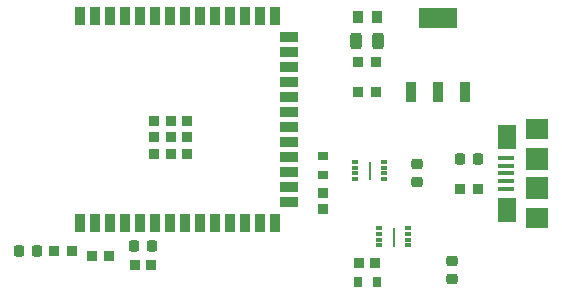
<source format=gtp>
G04 #@! TF.GenerationSoftware,KiCad,Pcbnew,7.0.2-6a45011f42~172~ubuntu20.04.1*
G04 #@! TF.CreationDate,2023-05-13T12:04:57+10:00*
G04 #@! TF.ProjectId,pcb_redesign,7063625f-7265-4646-9573-69676e2e6b69,rev?*
G04 #@! TF.SameCoordinates,Original*
G04 #@! TF.FileFunction,Paste,Top*
G04 #@! TF.FilePolarity,Positive*
%FSLAX46Y46*%
G04 Gerber Fmt 4.6, Leading zero omitted, Abs format (unit mm)*
G04 Created by KiCad (PCBNEW 7.0.2-6a45011f42~172~ubuntu20.04.1) date 2023-05-13 12:04:57*
%MOMM*%
%LPD*%
G01*
G04 APERTURE LIST*
G04 Aperture macros list*
%AMRoundRect*
0 Rectangle with rounded corners*
0 $1 Rounding radius*
0 $2 $3 $4 $5 $6 $7 $8 $9 X,Y pos of 4 corners*
0 Add a 4 corners polygon primitive as box body*
4,1,4,$2,$3,$4,$5,$6,$7,$8,$9,$2,$3,0*
0 Add four circle primitives for the rounded corners*
1,1,$1+$1,$2,$3*
1,1,$1+$1,$4,$5*
1,1,$1+$1,$6,$7*
1,1,$1+$1,$8,$9*
0 Add four rect primitives between the rounded corners*
20,1,$1+$1,$2,$3,$4,$5,0*
20,1,$1+$1,$4,$5,$6,$7,0*
20,1,$1+$1,$6,$7,$8,$9,0*
20,1,$1+$1,$8,$9,$2,$3,0*%
G04 Aperture macros list end*
%ADD10C,0.010000*%
%ADD11R,0.560000X0.350000*%
%ADD12R,0.900000X0.970000*%
%ADD13R,0.940000X1.020000*%
%ADD14R,0.870000X0.930000*%
%ADD15R,0.900000X1.500000*%
%ADD16R,1.500000X0.900000*%
%ADD17R,0.900000X0.900000*%
%ADD18R,0.970000X0.930000*%
%ADD19R,0.790000X0.930000*%
%ADD20R,0.930000X0.970000*%
%ADD21R,0.930000X0.790000*%
%ADD22RoundRect,0.225000X0.250000X-0.225000X0.250000X0.225000X-0.250000X0.225000X-0.250000X-0.225000X0*%
%ADD23R,0.950000X1.750000*%
%ADD24R,3.200000X1.750000*%
%ADD25RoundRect,0.225000X-0.225000X-0.250000X0.225000X-0.250000X0.225000X0.250000X-0.225000X0.250000X0*%
%ADD26R,1.350000X0.400000*%
%ADD27R,1.600000X2.100000*%
%ADD28R,1.900000X1.800000*%
%ADD29R,1.900000X1.900000*%
%ADD30RoundRect,0.243750X-0.243750X-0.456250X0.243750X-0.456250X0.243750X0.456250X-0.243750X0.456250X0*%
G04 APERTURE END LIST*
D10*
X138495000Y-72960000D02*
X138405000Y-72960000D01*
X138405000Y-72220000D01*
X138495000Y-72220000D01*
X138495000Y-72960000D01*
G36*
X138495000Y-72960000D02*
G01*
X138405000Y-72960000D01*
X138405000Y-72220000D01*
X138495000Y-72220000D01*
X138495000Y-72960000D01*
G37*
X138495000Y-72180000D02*
X138405000Y-72180000D01*
X138405000Y-71440000D01*
X138495000Y-71440000D01*
X138495000Y-72180000D01*
G36*
X138495000Y-72180000D02*
G01*
X138405000Y-72180000D01*
X138405000Y-71440000D01*
X138495000Y-71440000D01*
X138495000Y-72180000D01*
G37*
X140495000Y-78560000D02*
X140405000Y-78560000D01*
X140405000Y-77820000D01*
X140495000Y-77820000D01*
X140495000Y-78560000D01*
G36*
X140495000Y-78560000D02*
G01*
X140405000Y-78560000D01*
X140405000Y-77820000D01*
X140495000Y-77820000D01*
X140495000Y-78560000D01*
G37*
X140495000Y-77780000D02*
X140405000Y-77780000D01*
X140405000Y-77040000D01*
X140495000Y-77040000D01*
X140495000Y-77780000D01*
G36*
X140495000Y-77780000D02*
G01*
X140405000Y-77780000D01*
X140405000Y-77040000D01*
X140495000Y-77040000D01*
X140495000Y-77780000D01*
G37*
D11*
X139685000Y-72950000D03*
X139685000Y-72450000D03*
X139685000Y-71950000D03*
X139685000Y-71450000D03*
X137215000Y-71450000D03*
X137215000Y-71950000D03*
X137215000Y-72450000D03*
X137215000Y-72950000D03*
D12*
X114890000Y-79400000D03*
X116410000Y-79400000D03*
D13*
X139040000Y-59200000D03*
X137460000Y-59200000D03*
D14*
X113280000Y-79000000D03*
X111720000Y-79000000D03*
D15*
X113880000Y-76650000D03*
X115150000Y-76650000D03*
X116420000Y-76650000D03*
X117690000Y-76650000D03*
X118960000Y-76650000D03*
X120230000Y-76650000D03*
X121500000Y-76650000D03*
X122770000Y-76650000D03*
X124040000Y-76650000D03*
X125310000Y-76650000D03*
X126580000Y-76650000D03*
X127850000Y-76650000D03*
X129120000Y-76650000D03*
X130390000Y-76650000D03*
D16*
X131640000Y-74885000D03*
X131640000Y-73615000D03*
X131640000Y-72345000D03*
X131640000Y-71075000D03*
X131640000Y-69805000D03*
X131640000Y-68535000D03*
X131640000Y-67265000D03*
X131640000Y-65995000D03*
X131640000Y-64725000D03*
X131640000Y-63455000D03*
X131640000Y-62185000D03*
X131640000Y-60915000D03*
D15*
X130390000Y-59150000D03*
X129120000Y-59150000D03*
X127850000Y-59150000D03*
X126580000Y-59150000D03*
X125310000Y-59150000D03*
X124040000Y-59150000D03*
X122770000Y-59150000D03*
X121500000Y-59150000D03*
X120230000Y-59150000D03*
X118960000Y-59150000D03*
X117690000Y-59150000D03*
X116420000Y-59150000D03*
X115150000Y-59150000D03*
X113880000Y-59150000D03*
D17*
X120200000Y-70800000D03*
X121600000Y-70800000D03*
X123000000Y-70800000D03*
X120200000Y-69400000D03*
X121600000Y-69400000D03*
X123000000Y-69400000D03*
X120200000Y-68000000D03*
X121600000Y-68000000D03*
X123000000Y-68000000D03*
D18*
X137570000Y-80000000D03*
X138930000Y-80000000D03*
D19*
X137430000Y-81600000D03*
X139070000Y-81600000D03*
D20*
X134450000Y-74120000D03*
X134450000Y-75480000D03*
D21*
X134450000Y-70980000D03*
X134450000Y-72620000D03*
D22*
X142450000Y-73200000D03*
X142450000Y-71650000D03*
D11*
X141685000Y-78550000D03*
X141685000Y-78050000D03*
X141685000Y-77550000D03*
X141685000Y-77050000D03*
X139215000Y-77050000D03*
X139215000Y-77550000D03*
X139215000Y-78050000D03*
X139215000Y-78550000D03*
D22*
X145450000Y-79825000D03*
X145450000Y-81375000D03*
D14*
X137450000Y-65530000D03*
X139010000Y-65530000D03*
D23*
X141950000Y-65550000D03*
X144250000Y-65550000D03*
X146550000Y-65550000D03*
D24*
X144250000Y-59250000D03*
D25*
X146075000Y-71200000D03*
X147625000Y-71200000D03*
D26*
X149950000Y-73750000D03*
X149950000Y-73100000D03*
X149950000Y-72450000D03*
X149950000Y-71800000D03*
X149950000Y-71150000D03*
D27*
X150075000Y-75550000D03*
X150075000Y-69350000D03*
D28*
X152625000Y-76250000D03*
D29*
X152625000Y-73650000D03*
X152625000Y-71250000D03*
D28*
X152625000Y-68650000D03*
D30*
X137312500Y-61200000D03*
X139187500Y-61200000D03*
D25*
X118499700Y-78600000D03*
X120049700Y-78600000D03*
X108725000Y-79000000D03*
X110275000Y-79000000D03*
D14*
X137450000Y-63050000D03*
X139010000Y-63050000D03*
D18*
X119930000Y-80200000D03*
X118570000Y-80200000D03*
D14*
X146055000Y-73795000D03*
X147615000Y-73795000D03*
M02*

</source>
